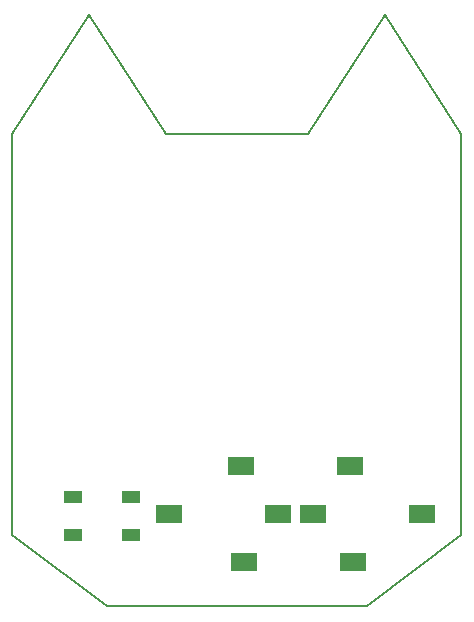
<source format=gbr>
%TF.GenerationSoftware,KiCad,Pcbnew,5.1.5+dfsg1-2build2*%
%TF.CreationDate,2022-05-20T22:28:17-07:00*%
%TF.ProjectId,v1.0-RubberNugget,76312e30-2d52-4756-9262-65724e756767,rev?*%
%TF.SameCoordinates,Original*%
%TF.FileFunction,Paste,Top*%
%TF.FilePolarity,Positive*%
%FSLAX46Y46*%
G04 Gerber Fmt 4.6, Leading zero omitted, Abs format (unit mm)*
G04 Created by KiCad (PCBNEW 5.1.5+dfsg1-2build2) date 2022-05-20 22:28:17*
%MOMM*%
%LPD*%
G04 APERTURE LIST*
%TA.AperFunction,Profile*%
%ADD10C,0.200000*%
%TD*%
%ADD11R,2.180000X1.600000*%
%ADD12R,1.500000X1.000000*%
G04 APERTURE END LIST*
D10*
X-19000000Y-17000000D02*
X-19000000Y17000000D01*
X-11000000Y-23000000D02*
X-19000000Y-17000000D01*
X11000000Y-23000000D02*
X-11000000Y-23000000D01*
X19000000Y-17000000D02*
X11000000Y-23000000D01*
X19000000Y17000000D02*
X19000000Y-17000000D01*
X12500000Y27000000D02*
X19000000Y17000000D01*
X6000000Y17000000D02*
X12500000Y27000000D01*
X-6000000Y17000000D02*
X6000000Y17000000D01*
X-12500000Y27000000D02*
X-6000000Y17000000D01*
X-19000000Y17000000D02*
X-12500000Y27000000D01*
D11*
%TO.C,SW3*%
X9568400Y-11137900D03*
X388400Y-11137900D03*
%TD*%
%TO.C,SW6*%
X15664400Y-15201900D03*
X6484400Y-15201900D03*
%TD*%
D12*
%TO.C,D1*%
X-8980000Y-16967000D03*
X-8980000Y-13767000D03*
X-13880000Y-16967000D03*
X-13880000Y-13767000D03*
%TD*%
D11*
%TO.C,SW4*%
X9801401Y-19265900D03*
X621401Y-19265900D03*
%TD*%
%TO.C,SW5*%
X-5707600Y-15201900D03*
X3472400Y-15201900D03*
%TD*%
M02*

</source>
